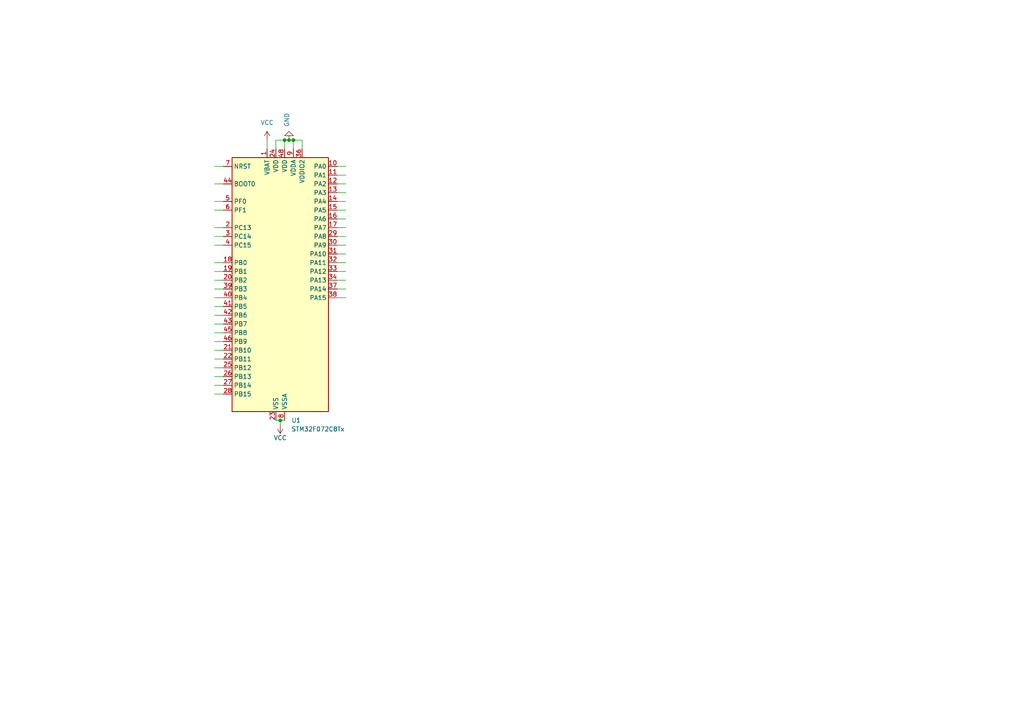
<source format=kicad_sch>
(kicad_sch (version 20230121) (generator eeschema)

  (uuid 64cd4ab9-ba8d-4eab-849f-411c8189d1db)

  (paper "A4")

  (title_block
    (title "ROSS60%")
    (rev "V1.0")
    (company "YanginLiang")
  )

  (lib_symbols
    (symbol "MCU_ST_STM32F0:STM32F072C8Tx" (in_bom yes) (on_board yes)
      (property "Reference" "U" (at -12.7 39.37 0)
        (effects (font (size 1.27 1.27)) (justify left))
      )
      (property "Value" "STM32F072C8Tx" (at 10.16 39.37 0)
        (effects (font (size 1.27 1.27)) (justify left))
      )
      (property "Footprint" "Package_QFP:LQFP-48_7x7mm_P0.5mm" (at -12.7 -35.56 0)
        (effects (font (size 1.27 1.27)) (justify right) hide)
      )
      (property "Datasheet" "https://www.st.com/resource/en/datasheet/stm32f072c8.pdf" (at 0 0 0)
        (effects (font (size 1.27 1.27)) hide)
      )
      (property "ki_locked" "" (at 0 0 0)
        (effects (font (size 1.27 1.27)))
      )
      (property "ki_keywords" "Arm Cortex-M0 STM32F0 STM32F0x2" (at 0 0 0)
        (effects (font (size 1.27 1.27)) hide)
      )
      (property "ki_description" "STMicroelectronics Arm Cortex-M0 MCU, 64KB flash, 16KB RAM, 48 MHz, 2.0-3.6V, 37 GPIO, LQFP48" (at 0 0 0)
        (effects (font (size 1.27 1.27)) hide)
      )
      (property "ki_fp_filters" "LQFP*7x7mm*P0.5mm*" (at 0 0 0)
        (effects (font (size 1.27 1.27)) hide)
      )
      (symbol "STM32F072C8Tx_0_1"
        (rectangle (start -12.7 -35.56) (end 15.24 38.1)
          (stroke (width 0.254) (type default))
          (fill (type background))
        )
      )
      (symbol "STM32F072C8Tx_1_1"
        (pin power_in line (at -2.54 40.64 270) (length 2.54)
          (name "VBAT" (effects (font (size 1.27 1.27))))
          (number "1" (effects (font (size 1.27 1.27))))
        )
        (pin bidirectional line (at 17.78 35.56 180) (length 2.54)
          (name "PA0" (effects (font (size 1.27 1.27))))
          (number "10" (effects (font (size 1.27 1.27))))
          (alternate "ADC_IN0" bidirectional line)
          (alternate "COMP1_INM" bidirectional line)
          (alternate "COMP1_OUT" bidirectional line)
          (alternate "RTC_TAMP2" bidirectional line)
          (alternate "SYS_WKUP1" bidirectional line)
          (alternate "TIM2_CH1" bidirectional line)
          (alternate "TIM2_ETR" bidirectional line)
          (alternate "TSC_G1_IO1" bidirectional line)
          (alternate "USART2_CTS" bidirectional line)
          (alternate "USART4_TX" bidirectional line)
        )
        (pin bidirectional line (at 17.78 33.02 180) (length 2.54)
          (name "PA1" (effects (font (size 1.27 1.27))))
          (number "11" (effects (font (size 1.27 1.27))))
          (alternate "ADC_IN1" bidirectional line)
          (alternate "COMP1_INP" bidirectional line)
          (alternate "TIM15_CH1N" bidirectional line)
          (alternate "TIM2_CH2" bidirectional line)
          (alternate "TSC_G1_IO2" bidirectional line)
          (alternate "USART2_DE" bidirectional line)
          (alternate "USART2_RTS" bidirectional line)
          (alternate "USART4_RX" bidirectional line)
        )
        (pin bidirectional line (at 17.78 30.48 180) (length 2.54)
          (name "PA2" (effects (font (size 1.27 1.27))))
          (number "12" (effects (font (size 1.27 1.27))))
          (alternate "ADC_IN2" bidirectional line)
          (alternate "COMP2_INM" bidirectional line)
          (alternate "COMP2_OUT" bidirectional line)
          (alternate "SYS_WKUP4" bidirectional line)
          (alternate "TIM15_CH1" bidirectional line)
          (alternate "TIM2_CH3" bidirectional line)
          (alternate "TSC_G1_IO3" bidirectional line)
          (alternate "USART2_TX" bidirectional line)
        )
        (pin bidirectional line (at 17.78 27.94 180) (length 2.54)
          (name "PA3" (effects (font (size 1.27 1.27))))
          (number "13" (effects (font (size 1.27 1.27))))
          (alternate "ADC_IN3" bidirectional line)
          (alternate "COMP2_INP" bidirectional line)
          (alternate "TIM15_CH2" bidirectional line)
          (alternate "TIM2_CH4" bidirectional line)
          (alternate "TSC_G1_IO4" bidirectional line)
          (alternate "USART2_RX" bidirectional line)
        )
        (pin bidirectional line (at 17.78 25.4 180) (length 2.54)
          (name "PA4" (effects (font (size 1.27 1.27))))
          (number "14" (effects (font (size 1.27 1.27))))
          (alternate "ADC_IN4" bidirectional line)
          (alternate "COMP1_INM" bidirectional line)
          (alternate "COMP2_INM" bidirectional line)
          (alternate "DAC_OUT1" bidirectional line)
          (alternate "I2S1_WS" bidirectional line)
          (alternate "SPI1_NSS" bidirectional line)
          (alternate "TIM14_CH1" bidirectional line)
          (alternate "TSC_G2_IO1" bidirectional line)
          (alternate "USART2_CK" bidirectional line)
        )
        (pin bidirectional line (at 17.78 22.86 180) (length 2.54)
          (name "PA5" (effects (font (size 1.27 1.27))))
          (number "15" (effects (font (size 1.27 1.27))))
          (alternate "ADC_IN5" bidirectional line)
          (alternate "CEC" bidirectional line)
          (alternate "COMP1_INM" bidirectional line)
          (alternate "COMP2_INM" bidirectional line)
          (alternate "DAC_OUT2" bidirectional line)
          (alternate "I2S1_CK" bidirectional line)
          (alternate "SPI1_SCK" bidirectional line)
          (alternate "TIM2_CH1" bidirectional line)
          (alternate "TIM2_ETR" bidirectional line)
          (alternate "TSC_G2_IO2" bidirectional line)
        )
        (pin bidirectional line (at 17.78 20.32 180) (length 2.54)
          (name "PA6" (effects (font (size 1.27 1.27))))
          (number "16" (effects (font (size 1.27 1.27))))
          (alternate "ADC_IN6" bidirectional line)
          (alternate "COMP1_OUT" bidirectional line)
          (alternate "I2S1_MCK" bidirectional line)
          (alternate "SPI1_MISO" bidirectional line)
          (alternate "TIM16_CH1" bidirectional line)
          (alternate "TIM1_BKIN" bidirectional line)
          (alternate "TIM3_CH1" bidirectional line)
          (alternate "TSC_G2_IO3" bidirectional line)
          (alternate "USART3_CTS" bidirectional line)
        )
        (pin bidirectional line (at 17.78 17.78 180) (length 2.54)
          (name "PA7" (effects (font (size 1.27 1.27))))
          (number "17" (effects (font (size 1.27 1.27))))
          (alternate "ADC_IN7" bidirectional line)
          (alternate "COMP2_OUT" bidirectional line)
          (alternate "I2S1_SD" bidirectional line)
          (alternate "SPI1_MOSI" bidirectional line)
          (alternate "TIM14_CH1" bidirectional line)
          (alternate "TIM17_CH1" bidirectional line)
          (alternate "TIM1_CH1N" bidirectional line)
          (alternate "TIM3_CH2" bidirectional line)
          (alternate "TSC_G2_IO4" bidirectional line)
        )
        (pin bidirectional line (at -15.24 7.62 0) (length 2.54)
          (name "PB0" (effects (font (size 1.27 1.27))))
          (number "18" (effects (font (size 1.27 1.27))))
          (alternate "ADC_IN8" bidirectional line)
          (alternate "TIM1_CH2N" bidirectional line)
          (alternate "TIM3_CH3" bidirectional line)
          (alternate "TSC_G3_IO2" bidirectional line)
          (alternate "USART3_CK" bidirectional line)
        )
        (pin bidirectional line (at -15.24 5.08 0) (length 2.54)
          (name "PB1" (effects (font (size 1.27 1.27))))
          (number "19" (effects (font (size 1.27 1.27))))
          (alternate "ADC_IN9" bidirectional line)
          (alternate "TIM14_CH1" bidirectional line)
          (alternate "TIM1_CH3N" bidirectional line)
          (alternate "TIM3_CH4" bidirectional line)
          (alternate "TSC_G3_IO3" bidirectional line)
          (alternate "USART3_DE" bidirectional line)
          (alternate "USART3_RTS" bidirectional line)
        )
        (pin bidirectional line (at -15.24 17.78 0) (length 2.54)
          (name "PC13" (effects (font (size 1.27 1.27))))
          (number "2" (effects (font (size 1.27 1.27))))
          (alternate "RTC_OUT_ALARM" bidirectional line)
          (alternate "RTC_OUT_CALIB" bidirectional line)
          (alternate "RTC_TAMP1" bidirectional line)
          (alternate "RTC_TS" bidirectional line)
          (alternate "SYS_WKUP2" bidirectional line)
        )
        (pin bidirectional line (at -15.24 2.54 0) (length 2.54)
          (name "PB2" (effects (font (size 1.27 1.27))))
          (number "20" (effects (font (size 1.27 1.27))))
          (alternate "TSC_G3_IO4" bidirectional line)
        )
        (pin bidirectional line (at -15.24 -17.78 0) (length 2.54)
          (name "PB10" (effects (font (size 1.27 1.27))))
          (number "21" (effects (font (size 1.27 1.27))))
          (alternate "CEC" bidirectional line)
          (alternate "I2C2_SCL" bidirectional line)
          (alternate "I2S2_CK" bidirectional line)
          (alternate "SPI2_SCK" bidirectional line)
          (alternate "TIM2_CH3" bidirectional line)
          (alternate "TSC_SYNC" bidirectional line)
          (alternate "USART3_TX" bidirectional line)
        )
        (pin bidirectional line (at -15.24 -20.32 0) (length 2.54)
          (name "PB11" (effects (font (size 1.27 1.27))))
          (number "22" (effects (font (size 1.27 1.27))))
          (alternate "I2C2_SDA" bidirectional line)
          (alternate "TIM2_CH4" bidirectional line)
          (alternate "TSC_G6_IO1" bidirectional line)
          (alternate "USART3_RX" bidirectional line)
        )
        (pin power_in line (at 0 -38.1 90) (length 2.54)
          (name "VSS" (effects (font (size 1.27 1.27))))
          (number "23" (effects (font (size 1.27 1.27))))
        )
        (pin power_in line (at 0 40.64 270) (length 2.54)
          (name "VDD" (effects (font (size 1.27 1.27))))
          (number "24" (effects (font (size 1.27 1.27))))
        )
        (pin bidirectional line (at -15.24 -22.86 0) (length 2.54)
          (name "PB12" (effects (font (size 1.27 1.27))))
          (number "25" (effects (font (size 1.27 1.27))))
          (alternate "I2S2_WS" bidirectional line)
          (alternate "SPI2_NSS" bidirectional line)
          (alternate "TIM15_BKIN" bidirectional line)
          (alternate "TIM1_BKIN" bidirectional line)
          (alternate "TSC_G6_IO2" bidirectional line)
          (alternate "USART3_CK" bidirectional line)
        )
        (pin bidirectional line (at -15.24 -25.4 0) (length 2.54)
          (name "PB13" (effects (font (size 1.27 1.27))))
          (number "26" (effects (font (size 1.27 1.27))))
          (alternate "I2C2_SCL" bidirectional line)
          (alternate "I2S2_CK" bidirectional line)
          (alternate "SPI2_SCK" bidirectional line)
          (alternate "TIM1_CH1N" bidirectional line)
          (alternate "TSC_G6_IO3" bidirectional line)
          (alternate "USART3_CTS" bidirectional line)
        )
        (pin bidirectional line (at -15.24 -27.94 0) (length 2.54)
          (name "PB14" (effects (font (size 1.27 1.27))))
          (number "27" (effects (font (size 1.27 1.27))))
          (alternate "I2C2_SDA" bidirectional line)
          (alternate "I2S2_MCK" bidirectional line)
          (alternate "SPI2_MISO" bidirectional line)
          (alternate "TIM15_CH1" bidirectional line)
          (alternate "TIM1_CH2N" bidirectional line)
          (alternate "TSC_G6_IO4" bidirectional line)
          (alternate "USART3_DE" bidirectional line)
          (alternate "USART3_RTS" bidirectional line)
        )
        (pin bidirectional line (at -15.24 -30.48 0) (length 2.54)
          (name "PB15" (effects (font (size 1.27 1.27))))
          (number "28" (effects (font (size 1.27 1.27))))
          (alternate "I2S2_SD" bidirectional line)
          (alternate "RTC_REFIN" bidirectional line)
          (alternate "SPI2_MOSI" bidirectional line)
          (alternate "SYS_WKUP7" bidirectional line)
          (alternate "TIM15_CH1N" bidirectional line)
          (alternate "TIM15_CH2" bidirectional line)
          (alternate "TIM1_CH3N" bidirectional line)
        )
        (pin bidirectional line (at 17.78 15.24 180) (length 2.54)
          (name "PA8" (effects (font (size 1.27 1.27))))
          (number "29" (effects (font (size 1.27 1.27))))
          (alternate "CRS_SYNC" bidirectional line)
          (alternate "RCC_MCO" bidirectional line)
          (alternate "TIM1_CH1" bidirectional line)
          (alternate "USART1_CK" bidirectional line)
        )
        (pin bidirectional line (at -15.24 15.24 0) (length 2.54)
          (name "PC14" (effects (font (size 1.27 1.27))))
          (number "3" (effects (font (size 1.27 1.27))))
          (alternate "RCC_OSC32_IN" bidirectional line)
        )
        (pin bidirectional line (at 17.78 12.7 180) (length 2.54)
          (name "PA9" (effects (font (size 1.27 1.27))))
          (number "30" (effects (font (size 1.27 1.27))))
          (alternate "DAC_EXTI9" bidirectional line)
          (alternate "TIM15_BKIN" bidirectional line)
          (alternate "TIM1_CH2" bidirectional line)
          (alternate "TSC_G4_IO1" bidirectional line)
          (alternate "USART1_TX" bidirectional line)
        )
        (pin bidirectional line (at 17.78 10.16 180) (length 2.54)
          (name "PA10" (effects (font (size 1.27 1.27))))
          (number "31" (effects (font (size 1.27 1.27))))
          (alternate "TIM17_BKIN" bidirectional line)
          (alternate "TIM1_CH3" bidirectional line)
          (alternate "TSC_G4_IO2" bidirectional line)
          (alternate "USART1_RX" bidirectional line)
        )
        (pin bidirectional line (at 17.78 7.62 180) (length 2.54)
          (name "PA11" (effects (font (size 1.27 1.27))))
          (number "32" (effects (font (size 1.27 1.27))))
          (alternate "CAN_RX" bidirectional line)
          (alternate "COMP1_OUT" bidirectional line)
          (alternate "TIM1_CH4" bidirectional line)
          (alternate "TSC_G4_IO3" bidirectional line)
          (alternate "USART1_CTS" bidirectional line)
          (alternate "USB_DM" bidirectional line)
        )
        (pin bidirectional line (at 17.78 5.08 180) (length 2.54)
          (name "PA12" (effects (font (size 1.27 1.27))))
          (number "33" (effects (font (size 1.27 1.27))))
          (alternate "CAN_TX" bidirectional line)
          (alternate "COMP2_OUT" bidirectional line)
          (alternate "TIM1_ETR" bidirectional line)
          (alternate "TSC_G4_IO4" bidirectional line)
          (alternate "USART1_DE" bidirectional line)
          (alternate "USART1_RTS" bidirectional line)
          (alternate "USB_DP" bidirectional line)
        )
        (pin bidirectional line (at 17.78 2.54 180) (length 2.54)
          (name "PA13" (effects (font (size 1.27 1.27))))
          (number "34" (effects (font (size 1.27 1.27))))
          (alternate "IR_OUT" bidirectional line)
          (alternate "SYS_SWDIO" bidirectional line)
          (alternate "USB_NOE" bidirectional line)
        )
        (pin passive line (at 0 -38.1 90) (length 2.54) hide
          (name "VSS" (effects (font (size 1.27 1.27))))
          (number "35" (effects (font (size 1.27 1.27))))
        )
        (pin power_in line (at 7.62 40.64 270) (length 2.54)
          (name "VDDIO2" (effects (font (size 1.27 1.27))))
          (number "36" (effects (font (size 1.27 1.27))))
        )
        (pin bidirectional line (at 17.78 0 180) (length 2.54)
          (name "PA14" (effects (font (size 1.27 1.27))))
          (number "37" (effects (font (size 1.27 1.27))))
          (alternate "SYS_SWCLK" bidirectional line)
          (alternate "USART2_TX" bidirectional line)
        )
        (pin bidirectional line (at 17.78 -2.54 180) (length 2.54)
          (name "PA15" (effects (font (size 1.27 1.27))))
          (number "38" (effects (font (size 1.27 1.27))))
          (alternate "I2S1_WS" bidirectional line)
          (alternate "SPI1_NSS" bidirectional line)
          (alternate "TIM2_CH1" bidirectional line)
          (alternate "TIM2_ETR" bidirectional line)
          (alternate "USART2_RX" bidirectional line)
          (alternate "USART4_DE" bidirectional line)
          (alternate "USART4_RTS" bidirectional line)
        )
        (pin bidirectional line (at -15.24 0 0) (length 2.54)
          (name "PB3" (effects (font (size 1.27 1.27))))
          (number "39" (effects (font (size 1.27 1.27))))
          (alternate "I2S1_CK" bidirectional line)
          (alternate "SPI1_SCK" bidirectional line)
          (alternate "TIM2_CH2" bidirectional line)
          (alternate "TSC_G5_IO1" bidirectional line)
        )
        (pin bidirectional line (at -15.24 12.7 0) (length 2.54)
          (name "PC15" (effects (font (size 1.27 1.27))))
          (number "4" (effects (font (size 1.27 1.27))))
          (alternate "RCC_OSC32_OUT" bidirectional line)
        )
        (pin bidirectional line (at -15.24 -2.54 0) (length 2.54)
          (name "PB4" (effects (font (size 1.27 1.27))))
          (number "40" (effects (font (size 1.27 1.27))))
          (alternate "I2S1_MCK" bidirectional line)
          (alternate "SPI1_MISO" bidirectional line)
          (alternate "TIM17_BKIN" bidirectional line)
          (alternate "TIM3_CH1" bidirectional line)
          (alternate "TSC_G5_IO2" bidirectional line)
        )
        (pin bidirectional line (at -15.24 -5.08 0) (length 2.54)
          (name "PB5" (effects (font (size 1.27 1.27))))
          (number "41" (effects (font (size 1.27 1.27))))
          (alternate "I2C1_SMBA" bidirectional line)
          (alternate "I2S1_SD" bidirectional line)
          (alternate "SPI1_MOSI" bidirectional line)
          (alternate "SYS_WKUP6" bidirectional line)
          (alternate "TIM16_BKIN" bidirectional line)
          (alternate "TIM3_CH2" bidirectional line)
        )
        (pin bidirectional line (at -15.24 -7.62 0) (length 2.54)
          (name "PB6" (effects (font (size 1.27 1.27))))
          (number "42" (effects (font (size 1.27 1.27))))
          (alternate "I2C1_SCL" bidirectional line)
          (alternate "TIM16_CH1N" bidirectional line)
          (alternate "TSC_G5_IO3" bidirectional line)
          (alternate "USART1_TX" bidirectional line)
        )
        (pin bidirectional line (at -15.24 -10.16 0) (length 2.54)
          (name "PB7" (effects (font (size 1.27 1.27))))
          (number "43" (effects (font (size 1.27 1.27))))
          (alternate "I2C1_SDA" bidirectional line)
          (alternate "TIM17_CH1N" bidirectional line)
          (alternate "TSC_G5_IO4" bidirectional line)
          (alternate "USART1_RX" bidirectional line)
          (alternate "USART4_CTS" bidirectional line)
        )
        (pin input line (at -15.24 30.48 0) (length 2.54)
          (name "BOOT0" (effects (font (size 1.27 1.27))))
          (number "44" (effects (font (size 1.27 1.27))))
        )
        (pin bidirectional line (at -15.24 -12.7 0) (length 2.54)
          (name "PB8" (effects (font (size 1.27 1.27))))
          (number "45" (effects (font (size 1.27 1.27))))
          (alternate "CAN_RX" bidirectional line)
          (alternate "CEC" bidirectional line)
          (alternate "I2C1_SCL" bidirectional line)
          (alternate "TIM16_CH1" bidirectional line)
          (alternate "TSC_SYNC" bidirectional line)
        )
        (pin bidirectional line (at -15.24 -15.24 0) (length 2.54)
          (name "PB9" (effects (font (size 1.27 1.27))))
          (number "46" (effects (font (size 1.27 1.27))))
          (alternate "CAN_TX" bidirectional line)
          (alternate "DAC_EXTI9" bidirectional line)
          (alternate "I2C1_SDA" bidirectional line)
          (alternate "I2S2_WS" bidirectional line)
          (alternate "IR_OUT" bidirectional line)
          (alternate "SPI2_NSS" bidirectional line)
          (alternate "TIM17_CH1" bidirectional line)
        )
        (pin passive line (at 0 -38.1 90) (length 2.54) hide
          (name "VSS" (effects (font (size 1.27 1.27))))
          (number "47" (effects (font (size 1.27 1.27))))
        )
        (pin power_in line (at 2.54 40.64 270) (length 2.54)
          (name "VDD" (effects (font (size 1.27 1.27))))
          (number "48" (effects (font (size 1.27 1.27))))
        )
        (pin bidirectional line (at -15.24 25.4 0) (length 2.54)
          (name "PF0" (effects (font (size 1.27 1.27))))
          (number "5" (effects (font (size 1.27 1.27))))
          (alternate "CRS_SYNC" bidirectional line)
          (alternate "RCC_OSC_IN" bidirectional line)
        )
        (pin bidirectional line (at -15.24 22.86 0) (length 2.54)
          (name "PF1" (effects (font (size 1.27 1.27))))
          (number "6" (effects (font (size 1.27 1.27))))
          (alternate "RCC_OSC_OUT" bidirectional line)
        )
        (pin input line (at -15.24 35.56 0) (length 2.54)
          (name "NRST" (effects (font (size 1.27 1.27))))
          (number "7" (effects (font (size 1.27 1.27))))
        )
        (pin power_in line (at 2.54 -38.1 90) (length 2.54)
          (name "VSSA" (effects (font (size 1.27 1.27))))
          (number "8" (effects (font (size 1.27 1.27))))
        )
        (pin power_in line (at 5.08 40.64 270) (length 2.54)
          (name "VDDA" (effects (font (size 1.27 1.27))))
          (number "9" (effects (font (size 1.27 1.27))))
        )
      )
    )
    (symbol "power:GND" (power) (pin_names (offset 0)) (in_bom yes) (on_board yes)
      (property "Reference" "#PWR" (at 0 -6.35 0)
        (effects (font (size 1.27 1.27)) hide)
      )
      (property "Value" "GND" (at 0 -3.81 0)
        (effects (font (size 1.27 1.27)))
      )
      (property "Footprint" "" (at 0 0 0)
        (effects (font (size 1.27 1.27)) hide)
      )
      (property "Datasheet" "" (at 0 0 0)
        (effects (font (size 1.27 1.27)) hide)
      )
      (property "ki_keywords" "global power" (at 0 0 0)
        (effects (font (size 1.27 1.27)) hide)
      )
      (property "ki_description" "Power symbol creates a global label with name \"GND\" , ground" (at 0 0 0)
        (effects (font (size 1.27 1.27)) hide)
      )
      (symbol "GND_0_1"
        (polyline
          (pts
            (xy 0 0)
            (xy 0 -1.27)
            (xy 1.27 -1.27)
            (xy 0 -2.54)
            (xy -1.27 -1.27)
            (xy 0 -1.27)
          )
          (stroke (width 0) (type default))
          (fill (type none))
        )
      )
      (symbol "GND_1_1"
        (pin power_in line (at 0 0 270) (length 0) hide
          (name "GND" (effects (font (size 1.27 1.27))))
          (number "1" (effects (font (size 1.27 1.27))))
        )
      )
    )
    (symbol "power:VCC" (power) (pin_names (offset 0)) (in_bom yes) (on_board yes)
      (property "Reference" "#PWR" (at 0 -3.81 0)
        (effects (font (size 1.27 1.27)) hide)
      )
      (property "Value" "VCC" (at 0 3.81 0)
        (effects (font (size 1.27 1.27)))
      )
      (property "Footprint" "" (at 0 0 0)
        (effects (font (size 1.27 1.27)) hide)
      )
      (property "Datasheet" "" (at 0 0 0)
        (effects (font (size 1.27 1.27)) hide)
      )
      (property "ki_keywords" "global power" (at 0 0 0)
        (effects (font (size 1.27 1.27)) hide)
      )
      (property "ki_description" "Power symbol creates a global label with name \"VCC\"" (at 0 0 0)
        (effects (font (size 1.27 1.27)) hide)
      )
      (symbol "VCC_0_1"
        (polyline
          (pts
            (xy -0.762 1.27)
            (xy 0 2.54)
          )
          (stroke (width 0) (type default))
          (fill (type none))
        )
        (polyline
          (pts
            (xy 0 0)
            (xy 0 2.54)
          )
          (stroke (width 0) (type default))
          (fill (type none))
        )
        (polyline
          (pts
            (xy 0 2.54)
            (xy 0.762 1.27)
          )
          (stroke (width 0) (type default))
          (fill (type none))
        )
      )
      (symbol "VCC_1_1"
        (pin power_in line (at 0 0 90) (length 0) hide
          (name "VCC" (effects (font (size 1.27 1.27))))
          (number "1" (effects (font (size 1.27 1.27))))
        )
      )
    )
  )

  (junction (at 85.09 40.64) (diameter 0) (color 0 0 0 0)
    (uuid 20f258f0-65d2-42de-952c-2e2d761ea3b9)
  )
  (junction (at 83.82 40.64) (diameter 0) (color 0 0 0 0)
    (uuid 4bd327bd-b114-4a78-b29c-582b43f70db1)
  )
  (junction (at 81.28 121.92) (diameter 0) (color 0 0 0 0)
    (uuid a38110fe-2835-41fb-884f-28fb47d1ad05)
  )
  (junction (at 82.55 40.64) (diameter 0) (color 0 0 0 0)
    (uuid ab6fcfeb-b29e-4dd9-8050-6010a3a7ad66)
  )

  (wire (pts (xy 97.79 81.28) (xy 100.33 81.28))
    (stroke (width 0) (type default))
    (uuid 0a61b320-1f97-4a81-bc89-8e181437b8fe)
  )
  (wire (pts (xy 97.79 86.36) (xy 100.33 86.36))
    (stroke (width 0) (type default))
    (uuid 11673598-3e9b-493a-be68-95682661291a)
  )
  (wire (pts (xy 62.23 111.76) (xy 64.77 111.76))
    (stroke (width 0) (type default))
    (uuid 13966cc2-5bfa-4028-b878-fbfa2b385c0e)
  )
  (wire (pts (xy 97.79 68.58) (xy 100.33 68.58))
    (stroke (width 0) (type default))
    (uuid 17c98a01-7766-4ed8-906a-da700148fb5b)
  )
  (wire (pts (xy 97.79 58.42) (xy 100.33 58.42))
    (stroke (width 0) (type default))
    (uuid 25a83097-f7d4-4092-a5aa-61470dca384b)
  )
  (wire (pts (xy 97.79 66.04) (xy 100.33 66.04))
    (stroke (width 0) (type default))
    (uuid 269b664d-c2db-4fbc-9465-4159d4c4e926)
  )
  (wire (pts (xy 62.23 68.58) (xy 64.77 68.58))
    (stroke (width 0) (type default))
    (uuid 2aa7edbf-4b76-4668-9d19-81dfec6fe88d)
  )
  (wire (pts (xy 97.79 50.8) (xy 100.33 50.8))
    (stroke (width 0) (type default))
    (uuid 2baf1937-22a9-4839-a39b-4fd7f09639d0)
  )
  (wire (pts (xy 62.23 109.22) (xy 64.77 109.22))
    (stroke (width 0) (type default))
    (uuid 377cf9e0-5a48-49d6-8d29-54135f5d2aa2)
  )
  (wire (pts (xy 62.23 83.82) (xy 64.77 83.82))
    (stroke (width 0) (type default))
    (uuid 4f3494b5-81b6-4313-920b-da63f8c72922)
  )
  (wire (pts (xy 62.23 88.9) (xy 64.77 88.9))
    (stroke (width 0) (type default))
    (uuid 564b769c-66ec-4a5e-8208-a7c84d983a83)
  )
  (wire (pts (xy 87.63 43.18) (xy 87.63 40.64))
    (stroke (width 0) (type default))
    (uuid 56fdd9a7-165a-4b35-a89f-ba7eabee7b68)
  )
  (wire (pts (xy 81.28 123.19) (xy 81.28 121.92))
    (stroke (width 0) (type default))
    (uuid 59e55250-b54a-4a40-8f1e-8868361d8c0a)
  )
  (wire (pts (xy 82.55 43.18) (xy 82.55 40.64))
    (stroke (width 0) (type default))
    (uuid 5ad6213d-c1b8-49e8-9ba9-74ec97f6dab5)
  )
  (wire (pts (xy 62.23 58.42) (xy 64.77 58.42))
    (stroke (width 0) (type default))
    (uuid 68a53f7c-a274-4f8a-ba33-9c0912776839)
  )
  (wire (pts (xy 62.23 99.06) (xy 64.77 99.06))
    (stroke (width 0) (type default))
    (uuid 7082da68-9e42-469a-9e50-c156a03a426d)
  )
  (wire (pts (xy 77.47 43.18) (xy 77.47 40.64))
    (stroke (width 0) (type default))
    (uuid 791b1db2-252e-412f-a910-b791207addc5)
  )
  (wire (pts (xy 62.23 81.28) (xy 64.77 81.28))
    (stroke (width 0) (type default))
    (uuid 85ef0595-7190-49b8-9052-46f94a7ae6c8)
  )
  (wire (pts (xy 80.01 40.64) (xy 80.01 43.18))
    (stroke (width 0) (type default))
    (uuid 862e083f-1e91-4c5e-aa93-3bcc5d94ec77)
  )
  (wire (pts (xy 97.79 60.96) (xy 100.33 60.96))
    (stroke (width 0) (type default))
    (uuid 89dccca0-c463-4426-a9f7-1ff2e45b8ea6)
  )
  (wire (pts (xy 97.79 78.74) (xy 100.33 78.74))
    (stroke (width 0) (type default))
    (uuid 8a3a045c-b4ad-4a5c-9a4b-2b730b8b26ca)
  )
  (wire (pts (xy 62.23 86.36) (xy 64.77 86.36))
    (stroke (width 0) (type default))
    (uuid 8a807416-71b9-4b3a-b9ac-97864f1e19a7)
  )
  (wire (pts (xy 97.79 63.5) (xy 100.33 63.5))
    (stroke (width 0) (type default))
    (uuid 900fe6f0-bcaa-4c23-a922-9d9081fdd867)
  )
  (wire (pts (xy 97.79 71.12) (xy 100.33 71.12))
    (stroke (width 0) (type default))
    (uuid 9a6605b0-49c8-489d-8959-409dd49b7a85)
  )
  (wire (pts (xy 83.82 40.64) (xy 82.55 40.64))
    (stroke (width 0) (type default))
    (uuid a94f8d6f-5dd2-4cf6-a75f-fd239f314b74)
  )
  (wire (pts (xy 62.23 114.3) (xy 64.77 114.3))
    (stroke (width 0) (type default))
    (uuid b1a10037-8f31-4b78-bac1-3137e51b6226)
  )
  (wire (pts (xy 62.23 93.98) (xy 64.77 93.98))
    (stroke (width 0) (type default))
    (uuid b1e17022-06e9-44f2-a8ac-dad940544696)
  )
  (wire (pts (xy 82.55 40.64) (xy 80.01 40.64))
    (stroke (width 0) (type default))
    (uuid b2684935-58af-4467-8a88-c36afbf76f2a)
  )
  (wire (pts (xy 97.79 53.34) (xy 100.33 53.34))
    (stroke (width 0) (type default))
    (uuid b62fe81d-e335-4932-a570-ebac70e101e9)
  )
  (wire (pts (xy 97.79 48.26) (xy 100.33 48.26))
    (stroke (width 0) (type default))
    (uuid b6317a30-c1bf-42ec-af3e-c4ef0f84fd4d)
  )
  (wire (pts (xy 62.23 96.52) (xy 64.77 96.52))
    (stroke (width 0) (type default))
    (uuid bb0d74f8-6720-4128-8c78-4963b8aeda38)
  )
  (wire (pts (xy 62.23 106.68) (xy 64.77 106.68))
    (stroke (width 0) (type default))
    (uuid bc518e85-05c9-460e-8cc3-20955f7731dc)
  )
  (wire (pts (xy 62.23 76.2) (xy 64.77 76.2))
    (stroke (width 0) (type default))
    (uuid c023ad91-90ab-4461-8b69-4b0fd9411444)
  )
  (wire (pts (xy 85.09 40.64) (xy 83.82 40.64))
    (stroke (width 0) (type default))
    (uuid c4817446-8e6d-491c-ad9c-82d43c4843c5)
  )
  (wire (pts (xy 62.23 101.6) (xy 64.77 101.6))
    (stroke (width 0) (type default))
    (uuid c8f501f7-10d3-4a79-a296-06a1ce0d3d3e)
  )
  (wire (pts (xy 62.23 53.34) (xy 64.77 53.34))
    (stroke (width 0) (type default))
    (uuid cf519240-fd4c-4488-a438-a0dc20a44ffe)
  )
  (wire (pts (xy 62.23 66.04) (xy 64.77 66.04))
    (stroke (width 0) (type default))
    (uuid d3979454-7abd-42cb-8bf4-1b8e4606772d)
  )
  (wire (pts (xy 62.23 48.26) (xy 64.77 48.26))
    (stroke (width 0) (type default))
    (uuid dc3ce696-b457-424c-90e6-84c95ee1195d)
  )
  (wire (pts (xy 85.09 43.18) (xy 85.09 40.64))
    (stroke (width 0) (type default))
    (uuid dfd3b3c0-da78-4690-ad0c-215c86b2a71b)
  )
  (wire (pts (xy 97.79 76.2) (xy 100.33 76.2))
    (stroke (width 0) (type default))
    (uuid e0c0e8fb-fc09-43bc-a2fd-c0fd99069ed6)
  )
  (wire (pts (xy 97.79 55.88) (xy 100.33 55.88))
    (stroke (width 0) (type default))
    (uuid e192f333-49d7-4a27-9d0d-a01b304f2ab5)
  )
  (wire (pts (xy 62.23 60.96) (xy 64.77 60.96))
    (stroke (width 0) (type default))
    (uuid e313fcce-224b-4f64-83e7-091118489d01)
  )
  (wire (pts (xy 81.28 121.92) (xy 80.01 121.92))
    (stroke (width 0) (type default))
    (uuid e429bdbb-f814-4265-912e-339bbf76a38e)
  )
  (wire (pts (xy 97.79 73.66) (xy 100.33 73.66))
    (stroke (width 0) (type default))
    (uuid e613426e-a9fd-401c-a25a-906c6eaf0d18)
  )
  (wire (pts (xy 87.63 40.64) (xy 85.09 40.64))
    (stroke (width 0) (type default))
    (uuid e8e64839-7f5c-47b0-8638-a99b6f8b8bb5)
  )
  (wire (pts (xy 82.55 121.92) (xy 81.28 121.92))
    (stroke (width 0) (type default))
    (uuid e9375edf-b2e7-4c57-82c7-af58ce408489)
  )
  (wire (pts (xy 62.23 71.12) (xy 64.77 71.12))
    (stroke (width 0) (type default))
    (uuid eab4ebe1-62fb-4658-b65c-926c1b28bbc8)
  )
  (wire (pts (xy 97.79 83.82) (xy 100.33 83.82))
    (stroke (width 0) (type default))
    (uuid eac524f4-e627-4c85-a3b2-308c5738fdd2)
  )
  (wire (pts (xy 62.23 91.44) (xy 64.77 91.44))
    (stroke (width 0) (type default))
    (uuid f12f8753-0c1b-4cd4-9e6c-ba826d00d83a)
  )
  (wire (pts (xy 62.23 104.14) (xy 64.77 104.14))
    (stroke (width 0) (type default))
    (uuid f7740ccc-1534-4f76-8ab4-a6d99f0b8715)
  )
  (wire (pts (xy 62.23 78.74) (xy 64.77 78.74))
    (stroke (width 0) (type default))
    (uuid ff8f7633-36ad-4249-974e-10eaafc511de)
  )

  (symbol (lib_id "power:GND") (at 83.82 40.64 180) (unit 1)
    (in_bom yes) (on_board yes) (dnp no) (fields_autoplaced)
    (uuid 27d2f5b4-33f5-4eea-9647-7850b458f374)
    (property "Reference" "#PWR01" (at 83.82 34.29 0)
      (effects (font (size 1.27 1.27)) hide)
    )
    (property "Value" "GND" (at 83.185 36.83 90)
      (effects (font (size 1.27 1.27)) (justify right))
    )
    (property "Footprint" "" (at 83.82 40.64 0)
      (effects (font (size 1.27 1.27)) hide)
    )
    (property "Datasheet" "" (at 83.82 40.64 0)
      (effects (font (size 1.27 1.27)) hide)
    )
    (pin "1" (uuid 4f824d2b-f4e5-4a68-9726-87c211218507))
    (instances
      (project "Ross60"
        (path "/64cd4ab9-ba8d-4eab-849f-411c8189d1db"
          (reference "#PWR01") (unit 1)
        )
      )
    )
  )

  (symbol (lib_id "power:VCC") (at 81.28 123.19 180) (unit 1)
    (in_bom yes) (on_board yes) (dnp no) (fields_autoplaced)
    (uuid 2a7a340f-efed-4450-9caa-1e9393569e73)
    (property "Reference" "#PWR03" (at 81.28 119.38 0)
      (effects (font (size 1.27 1.27)) hide)
    )
    (property "Value" "VCC" (at 81.28 127 0)
      (effects (font (size 1.27 1.27)))
    )
    (property "Footprint" "" (at 81.28 123.19 0)
      (effects (font (size 1.27 1.27)) hide)
    )
    (property "Datasheet" "" (at 81.28 123.19 0)
      (effects (font (size 1.27 1.27)) hide)
    )
    (pin "1" (uuid 183ad426-4cc0-4151-a101-09ea1261899a))
    (instances
      (project "Ross60"
        (path "/64cd4ab9-ba8d-4eab-849f-411c8189d1db"
          (reference "#PWR03") (unit 1)
        )
      )
    )
  )

  (symbol (lib_id "power:VCC") (at 77.47 40.64 0) (unit 1)
    (in_bom yes) (on_board yes) (dnp no) (fields_autoplaced)
    (uuid 8dc1abc1-ae22-405a-995f-b603d2c1fb88)
    (property "Reference" "#PWR02" (at 77.47 44.45 0)
      (effects (font (size 1.27 1.27)) hide)
    )
    (property "Value" "VCC" (at 77.47 35.56 0)
      (effects (font (size 1.27 1.27)))
    )
    (property "Footprint" "" (at 77.47 40.64 0)
      (effects (font (size 1.27 1.27)) hide)
    )
    (property "Datasheet" "" (at 77.47 40.64 0)
      (effects (font (size 1.27 1.27)) hide)
    )
    (pin "1" (uuid 9332c5ef-2a68-49c3-abc6-575641ad5b82))
    (instances
      (project "Ross60"
        (path "/64cd4ab9-ba8d-4eab-849f-411c8189d1db"
          (reference "#PWR02") (unit 1)
        )
      )
    )
  )

  (symbol (lib_id "MCU_ST_STM32F0:STM32F072C8Tx") (at 80.01 83.82 0) (unit 1)
    (in_bom yes) (on_board yes) (dnp no) (fields_autoplaced)
    (uuid dbeaa86d-839b-40ba-962a-aa2d8a8bbcb8)
    (property "Reference" "U1" (at 84.5059 121.92 0)
      (effects (font (size 1.27 1.27)) (justify left))
    )
    (property "Value" "STM32F072C8Tx" (at 84.5059 124.46 0)
      (effects (font (size 1.27 1.27)) (justify left))
    )
    (property "Footprint" "Button_Switch_Keyboard:SW_Cherry_MX_1.00u_Plate" (at 67.31 119.38 0)
      (effects (font (size 1.27 1.27)) (justify right) hide)
    )
    (property "Datasheet" "https://www.st.com/resource/en/datasheet/stm32f072c8.pdf" (at 80.01 83.82 0)
      (effects (font (size 1.27 1.27)) hide)
    )
    (pin "1" (uuid fd5eb312-2ca1-4204-980e-4a096e29f288))
    (pin "10" (uuid 0985bb44-3e2e-433b-8eed-5d5a2e5904c6))
    (pin "11" (uuid 892656e9-ebcf-4f12-a9a3-a55230345dd1))
    (pin "12" (uuid 2652705d-174c-4b8e-a594-01cb8c531f18))
    (pin "13" (uuid 388f2819-e933-4eeb-aa3f-981b54b0238b))
    (pin "14" (uuid b0a55a81-15a8-4b72-a6e6-c1e58ae5909a))
    (pin "15" (uuid 838af776-4dc6-4884-9568-6e062cc9ef91))
    (pin "16" (uuid cc1d471c-dde9-44bf-8551-a441af03d086))
    (pin "17" (uuid 9962c937-2014-4dca-a99b-c0dddb8f67f8))
    (pin "18" (uuid c44f04dd-8563-4596-b7d0-c40d577db65e))
    (pin "19" (uuid 845da843-75c7-4991-83a7-5f367b2b5b2c))
    (pin "2" (uuid 7cf474da-ccd5-42ff-801e-f708919381b5))
    (pin "20" (uuid 7f8b0729-d164-4b96-9fa0-e6b9985fe1dc))
    (pin "21" (uuid 97579381-07d0-4f61-97cc-f724e01cfbda))
    (pin "22" (uuid f9abcfd2-1140-4e29-95dc-9b13703af60c))
    (pin "23" (uuid db2c9d82-ab2c-45d1-8152-53a15f3f8727))
    (pin "24" (uuid d3e1077b-0dd0-4f69-9122-ddabb0ac8cda))
    (pin "25" (uuid 3018c569-8cc8-40a2-9927-d00fc2343a9b))
    (pin "26" (uuid 7a288e70-fbeb-4d41-8a13-00c923af01ce))
    (pin "27" (uuid 917a8038-2602-4fbd-ba8f-c0924cc62710))
    (pin "28" (uuid e9b96acd-bc11-40e5-8b88-b5d2193f6e17))
    (pin "29" (uuid e7be7da0-2a52-4f97-8ef8-d9d4d7fecf46))
    (pin "3" (uuid 1a5d5ead-5238-4a78-a35d-c22e7b04bcc7))
    (pin "30" (uuid 32c5bc35-39c8-4336-978b-7ab032f38ee5))
    (pin "31" (uuid 8b582c39-0f34-47d9-b404-8225e8d918e6))
    (pin "32" (uuid 2fb573fa-9e37-48ec-8c4d-8c9f185d4e98))
    (pin "33" (uuid b21d1418-1301-4951-8e78-a06415a57cae))
    (pin "34" (uuid ec7965c7-7798-411d-868c-45e0ba07e21e))
    (pin "35" (uuid cf37c7bc-e08b-4901-a510-0fba294dc7ec))
    (pin "36" (uuid 98f0a481-1294-47ae-9f7b-c5c705a3ba0a))
    (pin "37" (uuid fe6ba09a-79cc-4e1a-bd61-ed1ba8c00513))
    (pin "38" (uuid 0f67e6bd-a090-470f-9caa-97bfd64d1764))
    (pin "39" (uuid 3f8736d8-1e7c-4bb5-afe6-aa835d32b139))
    (pin "4" (uuid 7e1568bf-2d5d-4789-9c5a-44551df0eeea))
    (pin "40" (uuid 5f2c5b64-cdc7-41fe-8ebe-2bbfaf389da1))
    (pin "41" (uuid d86569ef-0cee-4a9b-9bd0-98ef21537b2a))
    (pin "42" (uuid adb6a38a-35e9-4034-8da0-146cd715c749))
    (pin "43" (uuid d915b8a7-0954-4506-bf87-c59af32a0381))
    (pin "44" (uuid c3ad6b28-71ea-4660-9fc8-18c83dcb51ac))
    (pin "45" (uuid e8935dfa-f890-4b91-a322-889cf86133f6))
    (pin "46" (uuid cd1d71c8-4892-42f4-a86d-cb3e0bb64b82))
    (pin "47" (uuid dfe9f9bf-dcd2-4bfa-8237-eac27c2c3152))
    (pin "48" (uuid dd6f3645-dba9-461e-b579-8aa43267aa50))
    (pin "5" (uuid 0ecf8633-f2ee-4c1e-8f17-f5701f08d895))
    (pin "6" (uuid 6d19df73-349d-444a-b7bd-fab4ef808d34))
    (pin "7" (uuid 5165f16d-ac96-4108-8e6a-437bf83a322e))
    (pin "8" (uuid e54e6fb0-a339-4359-a1f7-f639d44735c0))
    (pin "9" (uuid a2f62e02-2de2-4b53-bea1-2c91f0a6ddb6))
    (instances
      (project "Ross60"
        (path "/64cd4ab9-ba8d-4eab-849f-411c8189d1db"
          (reference "U1") (unit 1)
        )
      )
    )
  )

  (sheet_instances
    (path "/" (page "1"))
  )
)

</source>
